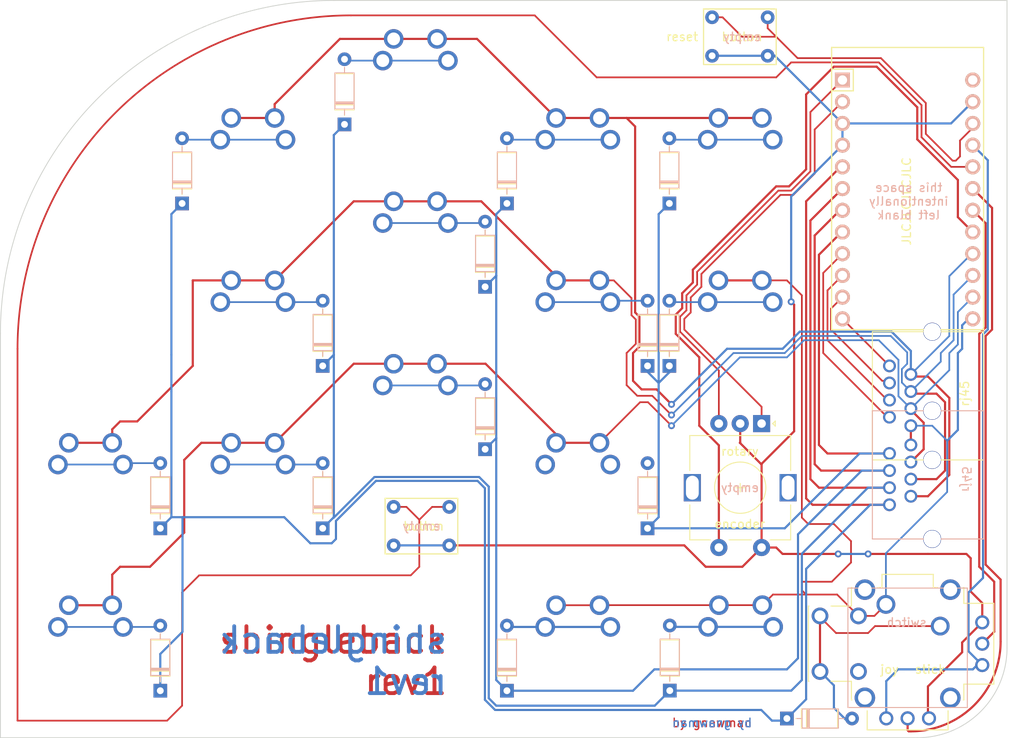
<source format=kicad_pcb>
(kicad_pcb (version 20211014) (generator pcbnew)
  (layers (0 "F.Cu" signal) (31 "B.Cu" signal) (34 "B.Paste" user) (35 "F.Paste" user) (36 "B.SilkS" user "B.Silkscreen") (37 "F.SilkS" user "F.Silkscreen") (38 "B.Mask" user) (39 "F.Mask" user) (44 "Edge.Cuts" user))
  (net 0 "")
  (net 1 "col1")
  (net 2 "col2")
  (net 3 "col3")
  (net 4 "col4")
  (net 5 "row1")
  (net 6 "row2")
  (net 7 "row3")
  (net 8 "row4")
  (net 9 "GND")
  (net 10 "VCC")
  (net 11 "col5")
  (net 12 "col6")
  (net 13 "col7")
  (net 14 "col8")
  (footprint "MX" (layer "F.Cu") (at 159.04 62.08)
    (fp_text reference "S14" hide)
    (fp_text value "" hide)
  )
  (footprint "MX" (layer "F.Cu") (at 121.04 33.83)
    (fp_text reference "S14" hide)
    (fp_text value "" hide)
  )
  (footprint "MX" (layer "F.Cu") (at 102.04 43.08)
    (fp_text reference "S14" hide)
    (fp_text value "" hide)
  )
  (footprint "ProMicro" (layer "F.Cu") (at 178.62 47.53 -90)
    (fp_text reference "MCU1" hide)
    (fp_text value "" hide)
  )
  (footprint "Diode_THT:D_DO-35_SOD27_P7.62mm_Horizontal" (layer "F.Cu") (at 131.75 105 90)
    (fp_text reference "R" hide)
    (fp_text value "d" hide)
  )
  (footprint "MX" (layer "F.Cu") (at 140.04 43.08)
    (fp_text reference "S14" hide)
    (fp_text value "" hide)
  )
  (footprint "" (layer "F.Cu") (at 125 83.5)
    (fp_text reference "")
    (fp_text value "")
  )
  (footprint "MX" (layer "F.Cu") (at 159.09 100.069717)
    (fp_text reference "S14" hide)
    (fp_text value "" hide)
  )
  (footprint "Diode_THT:D_DO-35_SOD27_P7.62mm_Horizontal" (layer "F.Cu") (at 150.75 48 90)
    (fp_text reference "R" hide)
    (fp_text value "d" hide)
  )
  (footprint "" (layer "F.Cu") (at 162.249999 30.723758)
    (fp_text reference "")
    (fp_text value "")
  )
  (footprint "" (layer "F.Cu") (at 118.5 88)
    (fp_text reference "")
    (fp_text value "")
  )
  (footprint "" (layer "F.Cu") (at 124.999999 87.997945 90)
    (fp_text reference "")
    (fp_text value "")
  )
  (footprint "Diode_THT:D_DO-35_SOD27_P7.62mm_Horizontal" (layer "F.Cu") (at 110.2 67 90)
    (fp_text reference "R" hide)
    (fp_text value "d" hide)
  )
  (footprint "MX" (layer "F.Cu") (at 83.04 81.08)
    (fp_text reference "S14" hide)
    (fp_text value "" hide)
  )
  (footprint "MX" (layer "F.Cu") (at 102.04 62.08)
    (fp_text reference "S14" hide)
    (fp_text value "" hide)
  )
  (footprint "MX" (layer "F.Cu") (at 159.04 43.08)
    (fp_text reference "S14" hide)
    (fp_text value "" hide)
  )
  (footprint "MX" (layer "F.Cu") (at 83.04 100.08)
    (fp_text reference "S14" hide)
    (fp_text value "" hide)
  )
  (footprint "Diode_THT:D_DO-35_SOD27_P7.62mm_Horizontal" (layer "F.Cu") (at 129.2 76.75 90)
    (fp_text reference "R" hide)
    (fp_text value "d" hide)
  )
  (footprint "Connector_RJ:RJ45_gnawman" (layer "F.Cu") (at 185 62 90)
    (fp_text reference "REF" hide)
    (fp_text value "RJ45_gnawman")
  )
  (footprint "" (layer "F.Cu") (at 155.75 30.725813)
    (fp_text reference "")
    (fp_text value "")
  )
  (footprint "Diode_THT:D_DO-35_SOD27_P7.62mm_Horizontal" (layer "F.Cu") (at 91.2 86 90)
    (fp_text reference "R" hide)
    (fp_text value "d" hide)
  )
  (footprint "Diode_THT:D_DO-35_SOD27_P7.62mm_Horizontal" (layer "F.Cu") (at 91.2 105 90)
    (fp_text reference "R" hide)
    (fp_text value "d" hide)
  )
  (footprint "Diode_THT:D_DO-35_SOD27_P7.62mm_Horizontal" (layer "F.Cu") (at 112.75 38.75 90)
    (fp_text reference "R" hide)
    (fp_text value "d" hide)
  )
  (footprint "MX" (layer "F.Cu") (at 140.04 62.08)
    (fp_text reference "S14" hide)
    (fp_text value "" hide)
  )
  (footprint "Diode_THT:D_DO-35_SOD27_P7.62mm_Horizontal" (layer "F.Cu") (at 110.2 86 90)
    (fp_text reference "R" hide)
    (fp_text value "d" hide)
  )
  (footprint "Diode_THT:D_DO-35_SOD27_P7.62mm_Horizontal" (layer "F.Cu") (at 148.2 86 90)
    (fp_text reference "R" hide)
    (fp_text value "d" hide)
  )
  (footprint "MX" (layer "F.Cu") (at 121.04 71.83)
    (fp_text reference "S14" hide)
    (fp_text value "" hide)
  )
  (footprint "Rotary_Encoder:RotaryEncoder_Alps_EC11E-Switch_Vertical_H20mm" (layer "F.Cu") (at 161.54 73.75 -90)
    (fp_text reference "REF**" hide)
    (fp_text value "RotaryEncoder_Alps_EC11E-Switch_Vertical_H20mm")
  )
  (footprint "MX" (layer "F.Cu") (at 140.04 81.08)
    (fp_text reference "S14" hide)
    (fp_text value "" hide)
  )
  (footprint "" (layer "F.Cu") (at 118.5 83.494874)
    (fp_text reference "")
    (fp_text value "")
  )
  (footprint "Diode_THT:D_DO-35_SOD27_P7.62mm_Horizontal" (layer "F.Cu") (at 150.75 67 90)
    (fp_text reference "R" hide)
    (fp_text value "d" hide)
  )
  (footprint "Diode_THT:D_DO-35_SOD27_P7.62mm_Horizontal" (layer "F.Cu") (at 93.75 48 90)
    (fp_text reference "R" hide)
    (fp_text value "d" hide)
  )
  (footprint "Diode_THT:D_DO-35_SOD27_P7.62mm_Horizontal" (layer "F.Cu") (at 164.5 108.25)
    (fp_text reference "R" hide)
    (fp_text value "d" hide)
  )
  (footprint "Diode_THT:D_DO-35_SOD27_P7.62mm_Horizontal" (layer "F.Cu") (at 150.8 104.989717 90)
    (fp_text reference "R" hide)
    (fp_text value "d" hide)
  )
  (footprint "MX" (layer "F.Cu") (at 102.04 81.08)
    (fp_text reference "S14" hide)
    (fp_text value "" hide)
  )
  (footprint "MX" (layer "F.Cu") (at 121.04 52.83)
    (fp_text reference "S14" hide)
    (fp_text value "" hide)
  )
  (footprint "Diode_THT:D_DO-35_SOD27_P7.62mm_Horizontal" (layer "F.Cu") (at 129.2 57.75 90)
    (fp_text reference "R" hide)
    (fp_text value "d" hide)
  )
  (footprint "" (layer "F.Cu") (at 155.75 26.220687)
    (fp_text reference "")
    (fp_text value "")
  )
  (footprint "RKJXV122400R:SW_RKJXV122400R" (layer "F.Cu") (at 183.70341 100.77 90)
    (fp_text reference "REF**" hide)
    (fp_text value "SW_RKJXV122400R")
  )
  (footprint "MX" (layer "F.Cu") (at 140.04 100.08)
    (fp_text reference "S14" hide)
    (fp_text value "" hide)
  )
  (footprint "Diode_THT:D_DO-35_SOD27_P7.62mm_Horizontal" (layer "F.Cu") (at 131.75 48 90)
    (fp_text reference "R" hide)
    (fp_text value "d" hide)
  )
  (footprint "" (layer "F.Cu") (at 162.25 26.225813)
    (fp_text reference "")
    (fp_text value "")
  )
  (footprint "Diode_THT:D_DO-35_SOD27_P7.62mm_Horizontal" (layer "F.Cu") (at 148.2 67 90)
    (fp_text reference "R" hide)
    (fp_text value "d" hide)
  )
  (footprint "Connector_RJ:RJ45_gnawman" (layer "B.Cu") (at 185 88.25 -90)
    (fp_text reference "REF" hide)
    (fp_text value "RJ45_gnawman")
  )
  (footprint "Button_Switch_Keyboard:SW_Cherry_MX_1.00u_PCB" (layer "B.Cu") (at 176.08341 94.9 180)
    (fp_text reference "REF**" hide)
    (fp_text value "SW_Cherry_MX_1.00u_PCB")
  )
  (gr_rect (start 154.75 31.75) (end 163.25 25.25) (layer "F.SilkS") (width 0.15) (fill none))
  (gr_rect (start 125.999999 88.997945) (end 117.499999 82.497945) (layer "F.SilkS") (width 0.15) (fill none))
  (gr_arc (start 190.25 100) (mid 187.174621 107.424621) (end 179.75 110.5) (layer "Edge.Cuts") (width 0.1))
  (gr_line (start 72.5 110.5) (end 179.75 110.5) (layer "Edge.Cuts") (width 0.1))
  (gr_line (start 190.25 24.25) (end 111.5 24.25) (layer "Edge.Cuts") (width 0.1))
  (gr_line (start 72.5 63.25) (end 72.5 110.5) (layer "Edge.Cuts") (width 0.1))
  (gr_line (start 190.25 100) (end 190.25 24.25) (layer "Edge.Cuts") (width 0.1))
  (gr_arc (start 72.5 63.25) (mid 83.922836 35.672836) (end 111.5 24.25) (layer "Edge.Cuts") (width 0.1))
  (gr_text "by gnawman" (at 155.75 108.75) (layer "F.Cu") (effects (font (size 1 1))))
  (gr_text "shingleback\nrev1" (at 125 101.5) (layer "F.Cu") (effects (font (size 3 3) (thickness 0.45)) (justify right)))
  (gr_text "shingleback\nrev1" (at 125 101.5) (layer "B.Cu") (effects (font (size 3 3) (thickness 0.45)) (justify left mirror)))
  (gr_text "by gnawman" (at 155.75 108.75) (layer "B.Cu") (effects (font (size 1 1)) (justify mirror)))
  (gr_text "empty" (at 159.25 28.5) (layer "B.SilkS") (effects (font (size 1 1)) (justify mirror)))
  (gr_text "empty" (at 159 81.25) (layer "B.SilkS") (effects (font (size 1 1)) (justify mirror)))
  (gr_text "this space\nintentionally\nleft blank" (at 178.75 47.75) (layer "B.SilkS") (effects (font (size 1 1)) (justify mirror)))
  (gr_text "empty" (at 121.75 85.75) (layer "B.SilkS") (effects (font (size 1 1)) (justify mirror)))
  (gr_text "rj45" (at 185.5 80.25 -90) (layer "B.SilkS") (effects (font (size 1 1)) (justify mirror)))
  (gr_text "switch" (at 178.5 97) (layer "B.SilkS") (effects (font (size 1 1)) (justify mirror)))
  (gr_text "button" (at 159.25 28.5) (layer "F.SilkS") (effects (font (size 1 1))))
  (gr_text "joy" (at 176.5 102.5) (layer "F.SilkS") (effects (font (size 1 1))))
  (gr_text "encoder" (at 159 85.5) (layer "F.SilkS") (effects (font (size 1 1))))
  (gr_text "JLCJLCJLCJLC" (at 178.5 47.75 90) (layer "F.SilkS") (effects (font (size 1 1))))
  (gr_text "rotary" (at 159 77) (layer "F.SilkS") (effects (font (size 1 1))))
  (gr_text "button\n" (at 122 85.75) (layer "F.SilkS") (effects (font (size 1 1))))
  (gr_text "stick" (at 181.25 102.5) (layer "F.SilkS") (effects (font (size 1 1))))
  (gr_text "rj45" (at 185.3 70.25 90) (layer "F.SilkS") (effects (font (size 1 1))))
  (gr_text "reset" (at 152.25 28.5) (layer "F.SilkS") (effects (font (size 1 1))))
  (segment (start 189.5 92) (end 187.75 90.25) (width 0.25) (layer "F.Cu") (net 0))
  (segment (start 156.54 67.54) (end 152 63) (width 0.2) (layer "F.Cu") (net 0))
  (segment (start 163.25 46) (end 164.75 46) (width 0.25) (layer "F.Cu") (net 0))
  (segment (start 154 56) (end 163.5 46.5) (width 0.2) (layer "F.Cu") (net 0))
  (segment (start 154.25 66) (end 151.5 63.25) (width 0.25) (layer "F.Cu") (net 0))
  (segment (start 161.54 73.75) (end 161.54 71.79) (width 0.2) (layer "F.Cu") (net 0))
  (segment (start 152.25 58.5) (end 153.5 57.25) (width 0.25) (layer "F.Cu") (net 0))
  (segment (start 165.75 31) (end 163.25 28.5) (width 0.2) (layer "F.Cu") (net 0))
  (segment (start 153.25 60.75) (end 153.25 59) (width 0.2) (layer "F.Cu") (net 0))
  (segment (start 184.5 49.6) (end 186.24 51.34) (width 0.25) (layer "F.Cu") (net 0))
  (segment (start 164.75 46) (end 166.75 44) (width 0.25) (layer "F.Cu") (net 0))
  (segment (start 180.75 39.86) (end 180.75 36.25) (width 0.2) (layer "F.Cu") (net 0))
  (segment (start 184.75 40.64) (end 184.75 42.5) (width 0.2) (layer "F.Cu") (net 0))
  (segment (start 186.24 38.64) (end 186.24 39.15) (width 0.2) (layer "F.Cu") (net 0))
  (segment (start 152.75 58.75) (end 154 57.5) (width 0.2) (layer "F.Cu") (net 0))
  (segment (start 156.970687 26.220687) (end 155.75 26.220687) (width 0.2) (layer "F.Cu") (net 0))
  (segment (start 163.25 28.5) (end 162.25 27.5) (width 0.2) (layer "F.Cu") (net 0))
  (segment (start 182.43341 97.44) (end 174.81 97.44) (width 0.2) (layer "F.Cu") (net 0))
  (segment (start 121.499999 84.997945) (end 122.997944 83.5) (width 0.2) (layer "F.Cu") (net 0))
  (segment (start 178.62341 109.62341) (end 178.75 109.75) (width 0.25) (layer "F.Cu") (net 0))
  (segment (start 152.5 62.75) (end 152.5 61.5) (width 0.2) (layer "F.Cu") (net 0))
  (segment (start 174.81 97.44) (end 174 98.25) (width 0.2) (layer "F.Cu") (net 0))
  (segment (start 163.5 46.5) (end 165 46.5) (width 0.2) (layer "F.Cu") (net 0))
  (segment (start 152 61.25) (end 152.75 60.5) (width 0.2) (layer "F.Cu") (net 0))
  (segment (start 184.25 43) (end 184.75 42.5) (width 0.2) (layer "F.Cu") (net 0))
  (segment (start 154 57.5) (end 154 56) (width 0.2) (layer "F.Cu") (net 0))
  (segment (start 186.24 43.72) (end 183.72 43.72) (width 0.2) (layer "F.Cu") (net 0))
  (segment (start 184.25 43) (end 183.89 43) (width 0.2) (layer "F.Cu") (net 0))
  (segment (start 188.5 62.75) (end 188.5 48.52) (width 0.25) (layer "F.Cu") (net 0))
  (segment (start 119.996928 83.494874) (end 118.5 83.494874) (width 0.2) (layer "F.Cu") (net 0))
  (segment (start 151.5 61) (end 152.25 60.25) (width 0.25) (layer "F.Cu") (net 0))
  (segment (start 153.5 55.75) (end 163.25 46) (width 0.25) (layer "F.Cu") (net 0))
  (segment (start 152.5 61.5) (end 153.25 60.75) (width 0.2) (layer "F.Cu") (net 0))
  (segment (start 187.75 90.25) (end 187.75 63.5) (width 0.25) (layer "F.Cu") (net 0))
  (segment (start 156.54 88.25) (end 156.54 76.29) (width 0.25) (layer "F.Cu") (net 0))
  (segment (start 178.75 109.75) (end 179 109.75) (width 0.25) (layer "F.Cu") (net 0))
  (segment (start 174 98.25) (end 170.25 98.25) (width 0.2) (layer "F.Cu") (net 0))
  (segment (start 168.37341 96.25) (end 168.37341 102.75) (width 0.25) (layer "F.Cu") (net 0))
  (segment (start 163.75 47) (end 165.25 47) (width 0.2) (layer "F.Cu") (net 0))
  (segment (start 153.25 59) (end 154.5 57.75) (width 0.2) (layer "F.Cu") (net 0))
  (segment (start 178.62341 108.23) (end 178.62341 109.62341) (width 0.25) (layer "F.Cu") (net 0))
  (segment (start 74.5 65) (end 74.5 108.5) (width 0.2) (layer "F.Cu") (net 0))
  (segment (start 167.75 44.5) (end 167.75 39.35) (width 0.2) (layer "F.Cu") (net 0))
  (segment (start 187.35341 99.5) (end 188.75 98.10341) (width 0.25) (layer "F.Cu") (net 0))
  (segment (start 156.54 73.75) (end 156.54 67.54) (width 0.2) (layer "F.Cu") (net 0))
  (segment (start 151.5 63.25) (end 151.5 61) (width 0.25) (layer "F.Cu") (net 0))
  (segment (start 152.25 60.25) (end 152.25 58.5) (width 0.25) (layer "F.Cu") (net 0))
  (segment (start 163.25 28.5) (end 159.25 28.5) (width 0.2) (layer "F.Cu") (net 0))
  (segment (start 186.24 39.15) (end 184.75 40.64) (width 0.2) (layer "F.Cu") (net 0))
  (segment (start 154.25 74) (end 154.25 66) (width 0.25) (layer "F.Cu") (net 0))
  (segment (start 121.499999 84.997945) (end 119.996928 83.494874) (width 0.2) (layer "F.Cu") (net 0))
  (segment (start 165 31.5) (end 163.25 33.25) (width 0.2) (layer "F.Cu") (net 0))
  (segment (start 120.5 91.5) (end 121.5 90.5) (width 0.2) (layer "F.Cu") (net 0))
  (segment (start 175.5 31) (end 165.75 31) (width 0.2) (layer "F.Cu") (net 0))
  (segment (start 188.75 92.25) (end 187 90.5) (width 0.25) (layer "F.Cu") (net 0))
  (segment (start 175 32) (end 179.75 36.75) (width 0.25) (layer "F.Cu") (net 0))
  (segment (start 95.75 91.5) (end 120.5 91.5) (width 0.2) (layer "F.Cu") (net 0))
  (segment (start 159.25 28.5) (end 156.970687 26.220687) (width 0.2) (layer "F.Cu") (net 0))
  (segment (start 187.75 63.5) (end 188.5 62.75) (width 0.25) (layer "F.Cu") (net 0))
  (segment (start 180.25 40.25) (end 180.25 36.5) (width 0.2) (layer "F.Cu") (net 0))
  (segment (start 184.5 45.25) (end 184.5 49.6) (width 0.25) (layer "F.Cu") (net 0))
  (segment (start 93.75 106.75) (end 93.75 93.5) (width 0.2) (layer "F.Cu") (net 0))
  (segment (start 170 32) (end 175 32) (width 0.25) (layer "F.Cu") (net 0))
  (segment (start 168.37341 96.37341) (end 168.37341 96.25) (width 0.2) (layer "F.Cu") (net 0))
  (segment (start 154.5 57.75) (end 154.5 56.25) (width 0.2) (layer "F.Cu") (net 0))
  (segment (start 152 63) (end 152 61.25) (width 0.2) (layer "F.Cu") (net 0))
  (segment (start 179.75 36.75) (end 179.75 40.5) (width 0.25) (layer "F.Cu") (net 0))
  (segment (start 74.5 108.5) (end 92 108.5) (width 0.2) (layer "F.Cu") (net 0))
  (segment (start 188.5 48.52) (end 186.24 46.26) (width 0.25) (layer "F.Cu") (net 0))
  (segment (start 187.75 50.31) (end 186.24 48.8) (width 0.25) (layer "F.Cu") (net 0))
  (segment (start 189.5 99.25) (end 189.5 92) (width 0.25) (layer "F.Cu") (net 0))
  (segment (start 165 46.5) (end 167.25 44.25) (width 0.2) (layer "F.Cu") (net 0))
  (segment (start 92 108.5) (end 93.75 106.75) (width 0.2) (layer "F.Cu") (net 0))
  (segment (start 179.75 40.5) (end 184.5 45.25) (width 0.25) (layer "F.Cu") (net 0))
  (segment (start 180.75 36.25) (end 175.5 31) (width 0.2) (layer "F.Cu") (net 0))
  (segment (start 183.72 43.72) (end 180.25 40.25) (width 0.2) (layer "F.Cu") (net 0))
  (segment (start 154.5 56.25) (end 163.75 47) (width 0.2) (layer "F.Cu") (net 0))
  (segment (start 166.75 35.25) (end 170 32) (width 0.25) (layer "F.Cu") (net 0))
  (segment (start 187.75 62.5) (end 187.75 50.31) (width 0.25) (layer "F.Cu") (net 0))
  (segment (start 166.75 44) (end 166.75 35.25) (width 0.25) (layer "F.Cu") (net 0))
  (segment (start 163.25 33.25) (end 142.25 33.25) (width 0.2) (layer "F.Cu") (net 0))
  (segment (start 121.5 90.5) (end 121.499999 84.997945) (width 0.2) (layer "F.Cu") (net 0))
  (segment (start 156.54 76.29) (end 154.25 74) (width 0.25) (layer "F.Cu") (net 0))
  (segment (start 135 26) (end 113.5 26) (width 0.2) (layer "F.Cu") (net 0))
  (segment (start 122.997944 83.5) (end 125 83.5) (width 0.2) (layer "F.Cu") (net 0))
  (segment (start 161.54 71.79) (end 152.5 62.75) (width 0.2) (layer "F.Cu") (net 0))
  (segment (start 170.25 98.25) (end 168.37341 96.37341) (width 0.2) (layer "F.Cu") (net 0))
  (segment (start 187 63.25) (end 187.75 62.5) (width 0.25) (layer "F.Cu") (net 0))
  (segment (start 167.25 37.31) (end 171 33.56) (width 0.2) (layer "F.Cu") (net 0))
  (segment (start 93.75 93.5) (end 95.75 91.5) (width 0.2) (layer "F.Cu") (net 0))
  (segment (start 153.5 57.25) (end 153.5 55.75) (width 0.25) (layer "F.Cu") (net 0))
  (segment (start 187 90.5) (end 187 63.25) (width 0.25) (layer "F.Cu") (net 0))
  (segment (start 175.25 31.5) (end 165 31.5) (width 0.2) (layer "F.Cu") (net 0))
  (segment (start 142.25 33.25) (end 135 26) (width 0.2) (layer "F.Cu") (net 0))
  (segment (start 167.75 39.35) (end 171 36.1) (width 0.2) (layer "F.Cu") (net 0))
  (segment (start 167.25 44.25) (end 167.25 37.31) (width 0.2) (layer "F.Cu") (net 0))
  (segment (start 152.75 60.5) (end 152.75 58.75) (width 0.2) (layer "F.Cu") (net 0))
  (segment (start 188.75 98.10341) (end 188.75 92.25) (width 0.25) (layer "F.Cu") (net 0))
  (segment (start 165.25 47) (end 167.75 44.5) (width 0.2) (layer "F.Cu") (net 0))
  (segment (start 162.25 27.5) (end 162.25 26.225813) (width 0.2) (layer "F.Cu") (net 0))
  (segment (start 183.89 43) (end 180.75 39.86) (width 0.2) (layer "F.Cu") (net 0))
  (segment (start 180.25 36.5) (end 175.25 31.5) (width 0.2) (layer "F.Cu") (net 0))
  (arc (start 189.5 99.25) (mid 186.424621 106.674621) (end 179 109.75) (width 0.25) (layer "F.Cu") (net 0))
  (arc (start 113.5 26) (mid 85.922836 37.422836) (end 74.5 65) (width 0.2) (layer "F.Cu") (net 0))
  (segment (start 143.85 40.54) (end 136.23 40.54) (width 0.2) (layer "B.Cu") (net 0))
  (segment (start 131.91 40.54) (end 131.75 40.38) (width 0.2) (layer "B.Cu") (net 0))
  (segment (start 105.85 78.54) (end 110.04 78.54) (width 0.2) (layer "B.Cu") (net 0))
  (segment (start 117.23 69.29) (end 124.85 69.29) (width 0.2) (layer "B.Cu") (net 0))
  (segment (start 143.85 97.54) (end 136.23 97.54) (width 0.25) (layer "B.Cu") (net 0))
  (segment (start 124.85 69.29) (end 129.04 69.29) (width 0.2) (layer "B.Cu") (net 0))
  (segment (start 170 104.37659) (end 170 107) (width 0.25) (layer "B.Cu") (net 0))
  (segment (start 124.85 50.29) (end 117.23 50.29) (width 0.2) (layer "B.Cu") (net 0))
  (segment (start 162.85 40.54) (end 155.23 40.54) (width 0.2) (layer "B.Cu") (net 0))
  (segment (start 168.37341 102.75) (end 170 104.37659) (width 0.25) (layer "B.Cu") (net 0))
  (segment (start 162.85 59.54) (end 155.23 59.54) (width 0.2) (layer "B.Cu") (net 0))
  (segment (start 105.85 40.54) (end 98.23 40.54) (width 0.2) (layer "B.Cu") (net 0))
  (segment (start 110.04 59.54) (end 110.2 59.38) (width 0.2) (layer "B.Cu") (net 0))
  (segment (start 129.04 69.29) (end 129.2 69.13) (width 0.2) (layer "B.Cu") (net 0))
  (segment (start 87.01 78.38) (end 86.85 78.54) (width 0.2) (layer "B.Cu") (net 0))
  (segment (start 86.85 78.54) (end 79.23 78.54) (width 0.2) (layer "B.Cu") (net 0))
  (segment (start 155.28 97.529717) (end 150.96 97.529717) (width 0.25) (layer "B.Cu") (net 0))
  (segment (start 112.91 31.29) (end 112.75 31.13) (width 0.2) (layer "B.Cu") (net 0))
  (segment (start 150.96 97.529717) (end 150.8 97.369717) (width 0.25) (layer "B.Cu") (net 0))
  (segment (start 136.23 97.54) (end 131.91 97.54) (width 0.25) (layer "B.Cu") (net 0))
  (segment (start 171.87 108.5) (end 172.12 108.25) (width 0.25) (layer "B.Cu") (net 0))
  (segment (start 150.91 59.54) (end 150.75 59.38) (width 0.2) (layer "B.Cu") (net 0))
  (segment (start 98.23 40.54) (end 93.91 40.54) (width 0.2) (layer "B.Cu") (net 0))
  (segment (start 129.04 50.29) (end 129.2 50.13) (width 0.2) (layer "B.Cu") (net 0))
  (segment (start 93.91 40.54) (end 93.75 40.38) (width 0.2) (layer "B.Cu") (net 0))
  (segment (start 131.91 97.54) (end 131.75 97.38) (width 0.25) (layer "B.Cu") (net 0))
  (segment (start 162.9 97.529717) (end 155.28 97.529717) (width 0.25) (layer "B.Cu") (net 0))
  (segment (start 155.23 59.54) (end 150.91 59.54) (width 0.2) (layer "B.Cu") (net 0))
  (segment (start 155.23 40.54) (end 150.91 40.54) (width 0.2) (layer "B.Cu") (net 0))
  (segment (start 170 107) (end 171.5 108.5) (width 0.25) (layer "B.Cu") (net 0))
  (segment (start 124.85 50.29) (end 129.04 50.29) (width 0.2) (layer "B.Cu") (net 0))
  (segment (start 117.23 31.29) (end 112.91 31.29) (width 0.2) (layer "B.Cu") (net 0))
  (segment (start 148.2 59.38) (end 144.01 59.38) (width 0.2) (layer "B.Cu") (net 0))
  (segment (start 144.01 59.38) (end 143.85 59.54) (width 0.2) (layer "B.Cu") (net 0))
  (segment (start 110.04 78.54) (end 110.2 78.38) (width 0.2) (layer "B.Cu") (net 0))
  (segment (start 171.5 108.5) (end 171.87 108.5) (width 0.25) (layer "B.Cu") (net 0))
  (segment (start 124.85 31.29) (end 117.23 31.29) (width 0.2) (layer "B.Cu") (net 0))
  (segment (start 143.85 59.54) (end 136.23 59.54) (width 0.2) (layer "B.Cu") (net 0))
  (segment (start 105.85 59.54) (end 110.04 59.54) (width 0.2) (layer "B.Cu") (net 0))
  (segment (start 79.23 97.54) (end 86.85 97.54) (width 0.2) (layer "B.Cu") (net 0))
  (segment (start 91.2 78.38) (end 87.01 78.38) (width 0.2) (layer "B.Cu") (net 0))
  (segment (start 136.23 40.54) (end 131.91 40.54) (width 0.2) (layer "B.Cu") (net 0))
  (segment (start 98.23 78.54) (end 105.85 78.54) (width 0.2) (layer "B.Cu") (net 0))
  (segment (start 98.23 59.54) (end 105.85 59.54) (width 0.2) (layer "B.Cu") (net 0))
  (segment (start 86.85 97.54) (end 91.04 97.54) (width 0.2) (layer "B.Cu") (net 0))
  (segment (start 150.91 40.54) (end 150.75 40.38) (width 0.2) (layer "B.Cu") (net 0))
  (segment (start 171 43.72) (end 170.78 43.72) (width 0.25) (layer "F.Cu") (net 1))
  (segment (start 170.78 43.72) (end 166.75 47.75) (width 0.25) (layer "F.Cu") (net 1))
  (segment (start 167.5 83.25) (end 176.5 83.25) (width 0.25) (layer "F.Cu") (net 1))
  (segment (start 166.75 47.75) (end 166.75 82.5) (width 0.25) (layer "F.Cu") (net 1))
  (segment (start 166.75 82.5) (end 167.5 83.25) (width 0.25) (layer "F.Cu") (net 1))
  (segment (start 128.313604 80.45) (end 129.175 81.311396) (width 0.25) (layer "B.Cu") (net 1))
  (segment (start 162.75 108.5) (end 164.5 108.5) (width 0.25) (layer "B.Cu") (net 1))
  (segment (start 92.5 70) (end 92.5 84.7) (width 0.25) (layer "B.Cu") (net 1))
  (segment (start 111.75 87.25) (end 111.75 85.136396) (width 0.25) (layer "B.Cu") (net 1))
  (segment (start 93.75 48) (end 92.5 49.25) (width 0.25) (layer "B.Cu") (net 1))
  (segment (start 93.8 84.7) (end 105.7 84.7) (width 0.25) (layer "B.Cu") (net 1))
  (segment (start 161.5 107.25) (end 162.75 108.5) (width 0.25) (layer "B.Cu") (net 1))
  (segment (start 116.436396 80.45) (end 128.313604 80.45) (width 0.25) (layer "B.Cu") (net 1))
  (segment (start 166.75 90.75) (end 174.25 83.25) (width 0.25) (layer "B.Cu") (net 1))
  (segment (start 105.7 84.7) (end 108.75 87.75) (width 0.25) (layer "B.Cu") (net 1))
  (segment (start 92.5 49.25) (end 92.5 65.7) (width 0.25) (layer "B.Cu") (net 1))
  (segment (start 164.5 108.25) (end 166.75 106) (width 0.25) (layer "B.Cu") (net 1))
  (segment (start 92.5 65.7) (end 92.5 70) (width 0.25) (layer "B.Cu") (net 1))
  (segment (start 91.2 100.7) (end 91.2 105) (width 0.25) (layer "B.Cu") (net 1))
  (segment (start 93.8 98.1) (end 91.2 100.7) (width 0.25) (layer "B.Cu") (net 1))
  (segment (start 174.25 83.25) (end 176.5 83.25) (width 0.25) (layer "B.Cu") (net 1))
  (segment (start 129.175 81.311396) (end 129.175 106.061396) (width 0.25) (layer "B.Cu") (net 1))
  (segment (start 166.75 106) (end 166.75 90.75) (width 0.25) (layer "B.Cu") (net 1))
  (segment (start 111.75 85.136396) (end 116.436396 80.45) (width 0.25) (layer "B.Cu") (net 1))
  (segment (start 129.175 106.061396) (end 130.363604 107.25) (width 0.25) (layer "B.Cu") (net 1))
  (segment (start 93.8 84.7) (end 93.8 98.1) (width 0.25) (layer "B.Cu") (net 1))
  (segment (start 164.5 108.5) (end 164.5 108.25) (width 0.25) (layer "B.Cu") (net 1))
  (segment (start 92.5 84.7) (end 91.2 86) (width 0.25) (layer "B.Cu") (net 1))
  (segment (start 108.75 87.75) (end 111.25 87.75) (width 0.25) (layer "B.Cu") (net 1))
  (segment (start 130.363604 107.25) (end 161.5 107.25) (width 0.25) (layer "B.Cu") (net 1))
  (segment (start 92.5 84.7) (end 93.8 84.7) (width 0.25) (layer "B.Cu") (net 1))
  (segment (start 111.25 87.75) (end 111.75 87.25) (width 0.25) (layer "B.Cu") (net 1))
  (segment (start 168.25 81.25) (end 176.5 81.25) (width 0.25) (layer "F.Cu") (net 2))
  (segment (start 167.25 80.25) (end 168.25 81.25) (width 0.25) (layer "F.Cu") (net 2))
  (segment (start 170 47.25) (end 167.25 50) (width 0.25) (layer "F.Cu") (net 2))
  (segment (start 167.25 50) (end 167.25 80.25) (width 0.25) (layer "F.Cu") (net 2))
  (segment (start 170.01 47.25) (end 170 47.25) (width 0.25) (layer "F.Cu") (net 2))
  (segment (start 171 46.26) (end 170.01 47.25) (width 0.25) (layer "F.Cu") (net 2))
  (segment (start 165.010283 104.989717) (end 166.25 103.75) (width 0.25) (layer "B.Cu") (net 2))
  (segment (start 116.25 80) (end 111.5 84.75) (width 0.25) (layer "B.Cu") (net 2))
  (segment (start 111.5 40) (end 111.5 65.7) (width 0.25) (layer "B.Cu") (net 2))
  (segment (start 111.5 65.7) (end 110.2 67) (width 0.25) (layer "B.Cu") (net 2))
  (segment (start 166.25 88.98) (end 173.98 81.25) (width 0.25) (layer "B.Cu") (net 2))
  (segment (start 128.5 80) (end 116.25 80) (width 0.25) (layer "B.Cu") (net 2))
  (segment (start 111.5 65.7) (end 111.5 84.7) (width 0.25) (layer "B.Cu") (net 2))
  (segment (start 173.98 81.25) (end 176.5 81.25) (width 0.25) (layer "B.Cu") (net 2))
  (segment (start 150.8 104.989717) (end 165.010283 104.989717) (width 0.25) (layer "B.Cu") (net 2))
  (segment (start 166.25 103.75) (end 166.25 88.98) (width 0.25) (layer "B.Cu") (net 2))
  (segment (start 111.5 84.7) (end 111.5 84.75) (width 0.25) (layer "B.Cu") (net 2))
  (segment (start 112.75 38.75) (end 111.5 40) (width 0.25) (layer "B.Cu") (net 2))
  (segment (start 129.625 105.875) (end 129.625 81.125) (width 0.25) (layer "B.Cu") (net 2))
  (segment (start 130.5 106.75) (end 149.039717 106.75) (width 0.25) (layer "B.Cu") (net 2))
  (segment (start 129.625 81.125) (end 128.5 80) (width 0.25) (layer "B.Cu") (net 2))
  (segment (start 111.5 84.7) (end 110.2 86) (width 0.25) (layer "B.Cu") (net 2))
  (segment (start 129.625 105.875) (end 130.5 106.75) (width 0.25) (layer "B.Cu") (net 2))
  (segment (start 149.039717 106.75) (end 150.8 104.989717) (width 0.25) (layer "B.Cu") (net 2))
  (segment (start 168.5 79.25) (end 176.5 79.25) (width 0.25) (layer "F.Cu") (net 3))
  (segment (start 167.75 51.75) (end 167.75 78.5) (width 0.25) (layer "F.Cu") (net 3))
  (segment (start 167.75 78.5) (end 168.5 79.25) (width 0.25) (layer "F.Cu") (net 3))
  (segment (start 170.7 48.8) (end 167.75 51.75) (width 0.25) (layer "F.Cu") (net 3))
  (segment (start 149 102.5) (end 164.5 102.5) (width 0.25) (layer "B.Cu") (net 3))
  (segment (start 165.8 86.7) (end 173.25 79.25) (width 0.25) (layer "B.Cu") (net 3))
  (segment (start 164.5 102.5) (end 165.8 101.2) (width 0.25) (layer "B.Cu") (net 3))
  (segment (start 130.5 56.45) (end 130.5 75.45) (width 0.25) (layer "B.Cu") (net 3))
  (segment (start 165.8 101.2) (end 165.8 86.7) (width 0.25) (layer "B.Cu") (net 3))
  (segment (start 130.5 75.45) (end 129.2 76.75) (width 0.25) (layer "B.Cu") (net 3))
  (segment (start 131.75 105) (end 146.5 105) (width 0.25) (layer "B.Cu") (net 3))
  (segment (start 130.5 56.45) (end 129.2 57.75) (width 0.25) (layer "B.Cu") (net 3))
  (segment (start 146.5 105) (end 149 102.5) (width 0.25) (layer "B.Cu") (net 3))
  (segment (start 130.5 49.25) (end 130.5 56.45) (width 0.25) (layer "B.Cu") (net 3))
  (segment (start 130.5 103.75) (end 131.75 105) (width 0.25) (layer "B.Cu") (net 3))
  (segment (start 173.25 79.25) (end 176.5 79.25) (width 0.25) (layer "B.Cu") (net 3))
  (segment (start 131.75 48) (end 130.5 49.25) (width 0.25) (layer "B.Cu") (net 3))
  (segment (start 130.5 75.45) (end 130.5 103.75) (width 0.25) (layer "B.Cu") (net 3))
  (segment (start 169.25 77.25) (end 176.5 77.25) (width 0.25) (layer "F.Cu") (net 4))
  (segment (start 168.25 76.25) (end 169.25 77.25) (width 0.25) (layer "F.Cu") (net 4))
  (segment (start 170.91 51.34) (end 168.25 54) (width 0.25) (layer "F.Cu") (net 4))
  (segment (start 168.25 54) (end 168.25 76.25) (width 0.25) (layer "F.Cu") (net 4))
  (segment (start 149.5 69) (end 148.2 67.7) (width 0.25) (layer "B.Cu") (net 4))
  (segment (start 150.75 67.75) (end 150.75 67) (width 0.25) (layer "B.Cu") (net 4))
  (segment (start 149.5 69) (end 149.5 84.7) (width 0.25) (layer "B.Cu") (net 4))
  (segment (start 149.5 84.7) (end 148.2 86) (width 0.25) (layer "B.Cu") (net 4))
  (segment (start 150.75 48) (end 149.5 49.25) (width 0.25) (layer "B.Cu") (net 4))
  (segment (start 148.2 67.7) (end 148.2 67) (width 0.25) (layer "B.Cu") (net 4))
  (segment (start 164.25 86) (end 173 77.25) (width 0.25) (layer "B.Cu") (net 4))
  (segment (start 149.5 69) (end 150.75 67.75) (width 0.25) (layer "B.Cu") (net 4))
  (segment (start 148.2 86) (end 164.25 86) (width 0.25) (layer "B.Cu") (net 4))
  (segment (start 149.5 49.25) (end 149.5 69) (width 0.25) (layer "B.Cu") (net 4))
  (segment (start 173 77.25) (end 176.5 77.25) (width 0.25) (layer "B.Cu") (net 4))
  (segment (start 128.25 28.75) (end 137.5 38) (width 0.25) (layer "F.Cu") (net 5))
  (segment (start 147.25 61.25) (end 147.25 64.75) (width 0.25) (layer "F.Cu") (net 5))
  (segment (start 146.745901 60.745901) (end 147.25 61.25) (width 0.25) (layer "F.Cu") (net 5))
  (segment (start 179 82.25) (end 181 82.25) (width 0.25) (layer "F.Cu") (net 5))
  (segment (start 181 68.25) (end 179.1 68.25) (width 0.25) (layer "F.Cu") (net 5))
  (segment (start 137.5 38) (end 142.58 38) (width 0.25) (layer "F.Cu") (net 5))
  (segment (start 104.58 38) (end 104.58 36.383554) (width 0.25) (layer "F.Cu") (net 5))
  (segment (start 99.5 38) (end 104.58 38) (width 0.25) (layer "F.Cu") (net 5))
  (segment (start 181 82.25) (end 183.5 79.75) (width 0.25) (layer "F.Cu") (net 5))
  (segment (start 142.58 38) (end 145.75 38) (width 0.25) (layer "F.Cu") (net 5))
  (segment (start 145.75 38) (end 146.745901 38.995901) (width 0.25) (layer "F.Cu") (net 5))
  (segment (start 112.213554 28.75) (end 118.5 28.75) (width 0.25) (layer "F.Cu") (net 5))
  (segment (start 146.5 68.75) (end 147.5 69.75) (width 0.25) (layer "F.Cu") (net 5))
  (segment (start 179.1 68.25) (end 179 68.15) (width 0.25) (layer "F.Cu") (net 5))
  (segment (start 104.58 36.383554) (end 112.213554 28.75) (width 0.25) (layer "F.Cu") (net 5))
  (segment (start 145.75 38) (end 156.5 38) (width 0.25) (layer "F.Cu") (net 5))
  (segment (start 183.5 70.75) (end 181 68.25) (width 0.25) (layer "F.Cu") (net 5))
  (segment (start 123.58 28.75) (end 128.25 28.75) (width 0.25) (layer "F.Cu") (net 5))
  (segment (start 183.5 79.75) (end 183.5 70.75) (width 0.25) (layer "F.Cu") (net 5))
  (segment (start 147.5 69.75) (end 149.25 69.75) (width 0.25) (layer "F.Cu") (net 5))
  (segment (start 146.745901 38.995901) (end 146.745901 60.745901) (width 0.25) (layer "F.Cu") (net 5))
  (segment (start 147.25 64.75) (end 146.5 65.5) (width 0.25) (layer "F.Cu") (net 5))
  (segment (start 146.5 65.5) (end 146.5 68.75) (width 0.25) (layer "F.Cu") (net 5))
  (segment (start 118.5 28.75) (end 123.58 28.75) (width 0.25) (layer "F.Cu") (net 5))
  (segment (start 156.5 38) (end 161.58 38) (width 0.25) (layer "F.Cu") (net 5))
  (segment (start 149.25 69.75) (end 151 71.5) (width 0.25) (layer "F.Cu") (net 5))
  (via (at 151 71.5) (size 0.8) (drill 0.4) (layers "F.Cu" "B.Cu") (net 5))
  (segment (start 183.5 56.5) (end 183.5 63.5) (width 0.2) (layer "B.Cu") (net 5))
  (segment (start 186.12 53.88) (end 183.5 56.5) (width 0.2) (layer "B.Cu") (net 5))
  (segment (start 157.5 65) (end 164 65) (width 0.25) (layer "B.Cu") (net 5))
  (segment (start 166 63) (end 176.75 63) (width 0.25) (layer "B.Cu") (net 5))
  (segment (start 186.24 53.88) (end 186.12 53.88) (width 0.2) (layer "B.Cu") (net 5))
  (segment (start 176.75 63) (end 179 65.25) (width 0.25) (layer "B.Cu") (net 5))
  (segment (start 164 65) (end 166 63) (width 0.25) (layer "B.Cu") (net 5))
  (segment (start 183.5 63.5) (end 179 68) (width 0.2) (layer "B.Cu") (net 5))
  (segment (start 179 65.25) (end 179 68) (width 0.25) (layer "B.Cu") (net 5))
  (segment (start 151 71.5) (end 157.5 65) (width 0.25) (layer "B.Cu") (net 5))
  (segment (start 179.1 70.25) (end 179 70.15) (width 0.25) (layer "F.Cu") (net 6))
  (segment (start 104.58 57) (end 113.83 47.75) (width 0.25) (layer "F.Cu") (net 6))
  (segment (start 137.5 57) (end 142.58 57) (width 0.25) (layer "F.Cu") (net 6))
  (segment (start 99.5 57) (end 95 57) (width 0.25) (layer "F.Cu") (net 6))
  (segment (start 113.83 47.75) (end 118.5 47.75) (width 0.25) (layer "F.Cu") (net 6))
  (segment (start 145.75 65.5) (end 146.825 64.425) (width 0.2) (layer "F.Cu") (net 6))
  (segment (start 95 67) (end 88.5 73.5) (width 0.25) (layer "F.Cu") (net 6))
  (segment (start 146.825 64.425) (end 146.825 61.575) (width 0.2) (layer "F.Cu") (net 6))
  (segment (start 148.75 70.5) (end 147 70.5) (width 0.2) (layer "F.Cu") (net 6))
  (segment (start 85.58 74.42) (end 85.58 76) (width 0.25) (layer "F.Cu") (net 6))
  (segment (start 147 70.5) (end 145.75 69.25) (width 0.2) (layer "F.Cu") (net 6))
  (segment (start 123.58 47.75) (end 128.75 47.75) (width 0.25) (layer "F.Cu") (net 6))
  (segment (start 179 80.25) (end 182 80.25) (width 0.25) (layer "F.Cu") (net 6))
  (segment (start 95 57) (end 95 67) (width 0.25) (layer "F.Cu") (net 6))
  (segment (start 146.320901 59.070901) (end 144.25 57) (width 0.2) (layer "F.Cu") (net 6))
  (segment (start 145.75 69.25) (end 145.75 65.5) (width 0.2) (layer "F.Cu") (net 6))
  (segment (start 183 71.25) (end 182 70.25) (width 0.25) (layer "F.Cu") (net 6))
  (segment (start 86.5 73.5) (end 85.58 74.42) (width 0.25) (layer "F.Cu") (net 6))
  (segment (start 151 72.75) (end 148.75 70.5) (width 0.2) (layer "F.Cu") (net 6))
  (segment (start 182 70.25) (end 179.1 70.25) (width 0.25) (layer "F.Cu") (net 6))
  (segment (start 99.5 57) (end 104.58 57) (width 0.25) (layer "F.Cu") (net 6))
  (segment (start 183 79.25) (end 183 71.25) (width 0.25) (layer "F.Cu") (net 6))
  (segment (start 137.5 56.5) (end 137.5 57) (width 0.25) (layer "F.Cu") (net 6))
  (segment (start 128.75 47.75) (end 137.5 56.5) (width 0.25) (layer "F.Cu") (net 6))
  (segment (start 88.5 73.5) (end 86.5 73.5) (width 0.25) (layer "F.Cu") (net 6))
  (segment (start 146.825 61.575) (end 146.320901 61.070901) (width 0.2) (layer "F.Cu") (net 6))
  (segment (start 80.5 76) (end 85.58 76) (width 0.25) (layer "F.Cu") (net 6))
  (segment (start 182 80.25) (end 183 79.25) (width 0.25) (layer "F.Cu") (net 6))
  (segment (start 146.320901 61.070901) (end 146.320901 59.070901) (width 0.2) (layer "F.Cu") (net 6))
  (segment (start 144.25 57) (end 142.58 57) (width 0.2) (layer "F.Cu") (net 6))
  (segment (start 118.5 47.75) (end 123.58 47.75) (width 0.25) (layer "F.Cu") (net 6))
  (via (at 151 72.75) (size 0.8) (drill 0.4) (layers "F.Cu" "B.Cu") (net 6))
  (segment (start 184 58.66) (end 184 64) (width 0.2) (layer "B.Cu") (net 6))
  (segment (start 177.95 68.95) (end 179 70) (width 0.2) (layer "B.Cu") (net 6))
  (segment (start 158.25 65.5) (end 164.25 65.5) (width 0.2) (layer "B.Cu") (net 6))
  (segment (start 182.5 65.5) (end 182.5 66.5) (width 0.2) (layer "B.Cu") (net 6))
  (segment (start 182.5 66.5) (end 179 70) (width 0.2) (layer "B.Cu") (net 6))
  (segment (start 151 72.75) (end 158.25 65.5) (width 0.2) (layer "B.Cu") (net 6))
  (segment (start 184 64) (end 182.5 65.5) (width 0.2) (layer "B.Cu") (net 6))
  (segment (start 178.575 65.42604) (end 178.575 66.75) (width 0.2) (layer "B.Cu") (net 6))
  (segment (start 177.95 67.375) (end 177.95 68.95) (width 0.2) (layer "B.Cu") (net 6))
  (segment (start 166.25 63.5) (end 176.64896 63.5) (width 0.2) (layer "B.Cu") (net 6))
  (segment (start 178.575 66.75) (end 177.95 67.375) (width 0.2) (layer "B.Cu") (net 6))
  (segment (start 164.25 65.5) (end 166.25 63.5) (width 0.2) (layer "B.Cu") (net 6))
  (segment (start 176.64896 63.5) (end 178.575 65.42604) (width 0.2) (layer "B.Cu") (net 6))
  (segment (start 186.24 56.42) (end 184 58.66) (width 0.2) (layer "B.Cu") (net 6))
  (segment (start 99.5 76) (end 104.58 76) (width 0.25) (layer "F.Cu") (net 7))
  (segment (start 86.5 90.5) (end 90 90.5) (width 0.25) (layer "F.Cu") (net 7))
  (segment (start 137.5 75) (end 137.5 76) (width 0.25) (layer "F.Cu") (net 7))
  (segment (start 96 76) (end 99.5 76) (width 0.25) (layer "F.Cu") (net 7))
  (segment (start 94 78) (end 96 76) (width 0.25) (layer "F.Cu") (net 7))
  (segment (start 137.5 76) (end 142.58 76) (width 0.25) (layer "F.Cu") (net 7))
  (segment (start 94 86.5) (end 94 78) (width 0.25) (layer "F.Cu") (net 7))
  (segment (start 179 72.15) (end 180.5 73.65) (width 0.25) (layer "F.Cu") (net 7))
  (segment (start 104.58 76) (end 113.83 66.75) (width 0.25) (layer "F.Cu") (net 7))
  (segment (start 147.33 71.25) (end 142.58 76) (width 0.2) (layer "F.Cu") (net 7))
  (segment (start 90 90.5) (end 94 86.5) (width 0.25) (layer "F.Cu") (net 7))
  (segment (start 123.58 66.75) (end 129.25 66.75) (width 0.25) (layer "F.Cu") (net 7))
  (segment (start 80.5 95) (end 85.58 95) (width 0.25) (layer "F.Cu") (net 7))
  (segment (start 129.25 66.75) (end 137.5 75) (width 0.25) (layer "F.Cu") (net 7))
  (segment (start 151 74) (end 148.25 71.25) (width 0.2) (layer "F.Cu") (net 7))
  (segment (start 180.5 73.65) (end 180.5 76.75) (width 0.25) (layer "F.Cu") (net 7))
  (segment (start 118.5 66.75) (end 123.58 66.75) (width 0.25) (layer "F.Cu") (net 7))
  (segment (start 113.83 66.75) (end 118.5 66.75) (width 0.25) (layer "F.Cu") (net 7))
  (segment (start 85.58 95) (end 85.58 91.42) (width 0.25) (layer "F.Cu") (net 7))
  (segment (start 85.58 91.42) (end 86.5 90.5) (width 0.25) (layer "F.Cu") (net 7))
  (segment (start 180.5 76.75) (end 179 78.25) (width 0.25) (layer "F.Cu") (net 7))
  (segment (start 148.25 71.25) (end 147.33 71.25) (width 0.2) (layer "F.Cu") (net 7))
  (via (at 151 74) (size 0.8) (drill 0.4) (layers "F.Cu" "B.Cu") (net 7))
  (segment (start 177.55 66.3) (end 177.55 70.55) (width 0.2) (layer "B.Cu") (net 7))
  (segment (start 151 74) (end 159 66) (width 0.2) (layer "B.Cu") (net 7))
  (segment (start 159 66) (end 164.5 66) (width 0.2) (layer "B.Cu") (net 7))
  (segment (start 166.5 64) (end 175.25 64) (width 0.2) (layer "B.Cu") (net 7))
  (segment (start 175.25 64) (end 177.55 66.3) (width 0.2) (layer "B.Cu") (net 7))
  (segment (start 184.5 64.5) (end 183.5 65.5) (width 0.2) (layer "B.Cu") (net 7))
  (segment (start 183.5 67.5) (end 179 72) (width 0.2) (layer "B.Cu") (net 7))
  (segment (start 164.5 66) (end 166.5 64) (width 0.2) (layer "B.Cu") (net 7))
  (segment (start 184.5 60.7) (end 184.5 64.5) (width 0.2) (layer "B.Cu") (net 7))
  (segment (start 183.5 65.5) (end 183.5 67.5) (width 0.2) (layer "B.Cu") (net 7))
  (segment (start 186.24 58.96) (end 184.5 60.7) (width 0.2) (layer "B.Cu") (net 7))
  (segment (start 177.55 70.55) (end 179 72) (width 0.2) (layer "B.Cu") (net 7))
  (segment (start 172 90) (end 172 87.5) (width 0.2) (layer "F.Cu") (net 8))
  (segment (start 170.37341 93.75) (end 166.75 93.75) (width 0.2) (layer "F.Cu") (net 8))
  (segment (start 162.869717 93.75) (end 161.63 94.989717) (width 0.2) (layer "F.Cu") (net 8))
  (segment (start 166.75 93.75) (end 162.869717 93.75) (width 0.2) (layer "F.Cu") (net 8))
  (segment (start 169.75 92.25) (end 172 90) (width 0.2) (layer "F.Cu") (net 8))
  (segment (start 170 85.5) (end 167 85.5) (width 0.2) (layer "F.Cu") (net 8))
  (segment (start 142.58 95) (end 137.5 95) (width 0.2) (layer "F.Cu") (net 8))
  (segment (start 166.25 93.25) (end 166.25 92.25) (width 0.2) (layer "F.Cu") (net 8))
  (segment (start 156.55 94.989717) (end 142.590283 94.989717) (width 0.2) (layer "F.Cu") (net 8))
  (segment (start 166.75 93.75) (end 166.25 93.25) (width 0.2) (layer "F.Cu") (net 8))
  (segment (start 172 87.5) (end 170 85.5) (width 0.2) (layer "F.Cu") (net 8))
  (segment (start 161.63 94.989717) (end 156.55 94.989717) (width 0.2) (layer "F.Cu") (net 8))
  (segment (start 142.590283 94.989717) (end 142.58 95) (width 0.2) (layer "F.Cu") (net 8))
  (segment (start 174.73341 96.25) (end 172.87341 96.25) (width 0.2) (layer "F.Cu") (net 8))
  (segment (start 166.25 84.75) (end 166.25 58.75) (width 0.2) (layer "F.Cu") (net 8))
  (segment (start 176.08341 94.9) (end 174.73341 96.25) (width 0.2) (layer "F.Cu") (net 8))
  (segment (start 167 85.5) (end 166.25 84.75) (width 0.2) (layer "F.Cu") (net 8))
  (segment (start 179 74.15) (end 179 76.25) (width 0.25) (layer "F.Cu") (net 8))
  (segment (start 166.25 58.75) (end 164.5 57) (width 0.2) (layer "F.Cu") (net 8))
  (segment (start 172.87341 96.25) (end 170.37341 93.75) (width 0.2) (layer "F.Cu") (net 8))
  (segment (start 164.5 57) (end 161.58 57) (width 0.2) (layer "F.Cu") (net 8))
  (segment (start 156.5 57) (end 161.58 57) (width 0.25) (layer "F.Cu") (net 8))
  (segment (start 166.25 92.25) (end 169.75 92.25) (width 0.2) (layer "F.Cu") (net 8))
  (segment (start 184.5 65.5) (end 184.5 74.5) (width 0.25) (layer "B.Cu") (net 8))
  (segment (start 183.25 81.75) (end 183.25 75.75) (width 0.2) (layer "B.Cu") (net 8))
  (segment (start 176.08341 94.9) (end 176.08341 88.91659) (width 0.2) (layer "B.Cu") (net 8))
  (segment (start 176.08341 88.91659) (end 183.25 81.75) (width 0.2) (layer "B.Cu") (net 8))
  (segment (start 184.5 74.5) (end 183.25 75.75) (width 0.25) (layer "B.Cu") (net 8))
  (segment (start 185 65) (end 184.5 65.5) (width 0.25) (layer "B.Cu") (net 8))
  (segment (start 183.25 75.75) (end 181.5 74) (width 0.2) (layer "B.Cu") (net 8))
  (segment (start 186.24 61.5) (end 185.75 61.5) (width 0.25) (layer "B.Cu") (net 8))
  (segment (start 185 62.25) (end 185 65) (width 0.25) (layer "B.Cu") (net 8))
  (segment (start 181.5 74) (end 179 74) (width 0.2) (layer "B.Cu") (net 8))
  (segment (start 185.75 61.5) (end 185 62.25) (width 0.25) (layer "B.Cu") (net 8))
  (segment (start 161.5 78.5) (end 165.345901 74.654099) (width 0.25) (layer "F.Cu") (net 9))
  (segment (start 165.345901 59.845901) (end 165 59.5) (width 0.25) (layer "F.Cu") (net 9))
  (segment (start 161.54 88.25) (end 161.54 78.54) (width 0.25) (layer "F.Cu") (net 9))
  (segment (start 165.345901 74.654099) (end 165.345901 59.845901) (width 0.25) (layer "F.Cu") (net 9))
  (segment (start 187.35341 97) (end 187.35341 94.748324) (width 0.25) (layer "F.Cu") (net 9))
  (segment (start 187.35341 94.748324) (end 186 93.394914) (width 0.25) (layer "F.Cu") (net 9))
  (segment (start 159 76) (end 159.04 75.96) (width 0.25) (layer "F.Cu") (net 9))
  (segment (start 170.5 89) (end 164 89) (width 0.25) (layer "F.Cu") (net 9))
  (segment (start 185 100.5) (end 181 104.5) (width 0.25) (layer "F.Cu") (net 9))
  (segment (start 159.04 75.96) (end 159.04 73.75) (width 0.25) (layer "F.Cu") (net 9))
  (segment (start 185 99.35341) (end 185 100.5) (width 0.25) (layer "F.Cu") (net 9))
  (segment (start 152.497945 87.997945) (end 124.999999 87.997945) (width 0.25) (layer "F.Cu") (net 9))
  (segment (start 155 90.5) (end 152.497945 87.997945) (width 0.25) (layer "F.Cu") (net 9))
  (segment (start 181 108.10659) (end 181.12341 108.23) (width 0.25) (layer "F.Cu") (net 9))
  (segment (start 185.5 89) (end 181 89) (width 0.25) (layer "F.Cu") (net 9))
  (segment (start 181 89) (end 174 89) (width 0.25) (layer "F.Cu") (net 9))
  (segment (start 159.29 90.5) (end 155 90.5) (width 0.25) (layer "F.Cu") (net 9))
  (segment (start 164 89) (end 163.25 88.25) (width 0.25) (layer "F.Cu") (net 9))
  (segment (start 186 89.5) (end 185.5 89) (width 0.25) (layer "F.Cu") (net 9))
  (segment (start 181 104.5) (end 181 108.10659) (width 0.25) (layer "F.Cu") (net 9))
  (segment (start 186 93.394914) (end 186 89.5) (width 0.25) (layer "F.Cu") (net 9))
  (segment (start 161.54 88.25) (end 159.29 90.5) (width 0.25) (layer "F.Cu") (net 9))
  (segment (start 161.54 78.54) (end 161.5 78.5) (width 0.25) (layer "F.Cu") (net 9))
  (segment (start 187.35341 97) (end 185 99.35341) (width 0.25) (layer "F.Cu") (net 9))
  (segment (start 163.25 88.25) (end 161.54 88.25) (width 0.25) (layer "F.Cu") (net 9))
  (segment (start 161.5 78.5) (end 159 76) (width 0.25) (layer "F.Cu") (net 9))
  (via (at 174 89) (size 0.8) (drill 0.4) (layers "F.Cu" "B.Cu") (net 9))
  (via (at 165 59.5) (size 0.8) (drill 0.4) (layers "F.Cu" "B.Cu") (net 9))
  (via (at 170.5 89) (size 0.8) (drill 0.4) (layers "F.Cu" "B.Cu") (net 9))
  (segment (start 165 59.5) (end 165 47.18) (width 0.25) (layer "B.Cu") (net 9))
  (segment (start 163.083758 30.723758) (end 162.249999 30.723758) (width 0.25) (layer "B.Cu") (net 9))
  (segment (start 171 41.18) (end 171 38.64) (width 0.25) (layer "B.Cu") (net 9))
  (segment (start 171 38.64) (end 183.7 38.64) (width 0.25) (layer "B.Cu") (net 9))
  (segment (start 183.7 38.64) (end 186.24 36.1) (width 0.25) (layer "B.Cu") (net 9))
  (segment (start 174 89) (end 170.5 89) (width 0.25) (layer "B.Cu") (net 9))
  (segment (start 162.249999 30.723758) (end 155.752055 30.723758) (width 0.25) (layer "B.Cu") (net 9))
  (segment (start 155.752055 30.723758) (end 155.75 30.725813) (width 0.25) (layer "B.Cu") (net 9))
  (segment (start 171 38.64) (end 163.083758 30.723758) (width 0.25) (layer "B.Cu") (net 9))
  (segment (start 165 47.18) (end 171 41.18) (width 0.25) (layer "B.Cu") (net 9))
  (segment (start 124.999999 87.997945) (end 118.502055 87.997945) (width 0.25) (layer "B.Cu") (net 9))
  (segment (start 118.502055 87.997945) (end 118.5 88) (width 0.25) (layer "B.Cu") (net 9))
  (segment (start 176.12341 103.87659) (end 176.12341 108.23) (width 0.25) (layer "B.Cu") (net 10))
  (segment (start 187.4413 63.3087) (end 188 62.75) (width 0.25) (layer "B.Cu") (net 10))
  (segment (start 177.5 102.5) (end 176.12341 103.87659) (width 0.25) (layer "B.Cu") (net 10))
  (segment (start 185.75 100.39659) (end 185.75 93.5) (width 0.25) (layer "B.Cu") (net 10))
  (segment (start 186.25 102.5) (end 177.5 102.5) (width 0.25) (layer "B.Cu") (net 10))
  (segment (start 187.35341 102) (end 186.75 102) (width 0.25) (layer "B.Cu") (net 10))
  (segment (start 187.4413 91.8087) (end 187.4413 63.3087) (width 0.25) (layer "B.Cu") (net 10))
  (segment (start 186.75 102) (end 186.25 102.5) (width 0.25) (layer "B.Cu") (net 10))
  (segment (start 188 62.75) (end 188 42.94) (width 0.25) (layer "B.Cu") (net 10))
  (segment (start 188 42.94) (end 186.24 41.18) (width 0.25) (layer "B.Cu") (net 10))
  (segment (start 187.35341 102) (end 185.75 100.39659) (width 0.25) (layer "B.Cu") (net 10))
  (segment (start 185.75 93.5) (end 187.4413 91.8087) (width 0.25) (layer "B.Cu") (net 10))
  (segment (start 168.75 56.13) (end 168.75 65.5) (width 0.2) (layer "F.Cu") (net 11))
  (segment (start 168.75 65.5) (end 176.25 73) (width 0.2) (layer "F.Cu") (net 11))
  (segment (start 176.25 73) (end 176.5 73) (width 0.2) (layer "F.Cu") (net 11))
  (segment (start 171 53.88) (end 168.75 56.13) (width 0.2) (layer "F.Cu") (net 11))
  (segment (start 169.25 58.17) (end 169.25 64) (width 0.2) (layer "F.Cu") (net 12))
  (segment (start 176.25 71) (end 176.5 71) (width 0.2) (layer "F.Cu") (net 12))
  (segment (start 169.25 64) (end 176.25 71) (width 0.2) (layer "F.Cu") (net 12))
  (segment (start 171 56.42) (end 169.25 58.17) (width 0.2) (layer "F.Cu") (net 12))
  (segment (start 169.65 62.75) (end 175.65 68.75) (width 0.2) (layer "F.Cu") (net 13))
  (segment (start 175.65 68.75) (end 176.25 68.75) (width 0.2) (layer "F.Cu") (net 13))
  (segment (start 169.65 60.31) (end 169.65 62.75) (width 0.2) (layer "F.Cu") (net 13))
  (segment (start 176.25 68.75) (end 176.5 69) (width 0.2) (layer "F.Cu") (net 13))
  (segment (start 171 58.96) (end 169.65 60.31) (width 0.2) (layer "F.Cu") (net 13))
  (segment (start 171 61.5) (end 176.5 67) (width 0.2) (layer "F.Cu") (net 14))
)
</source>
